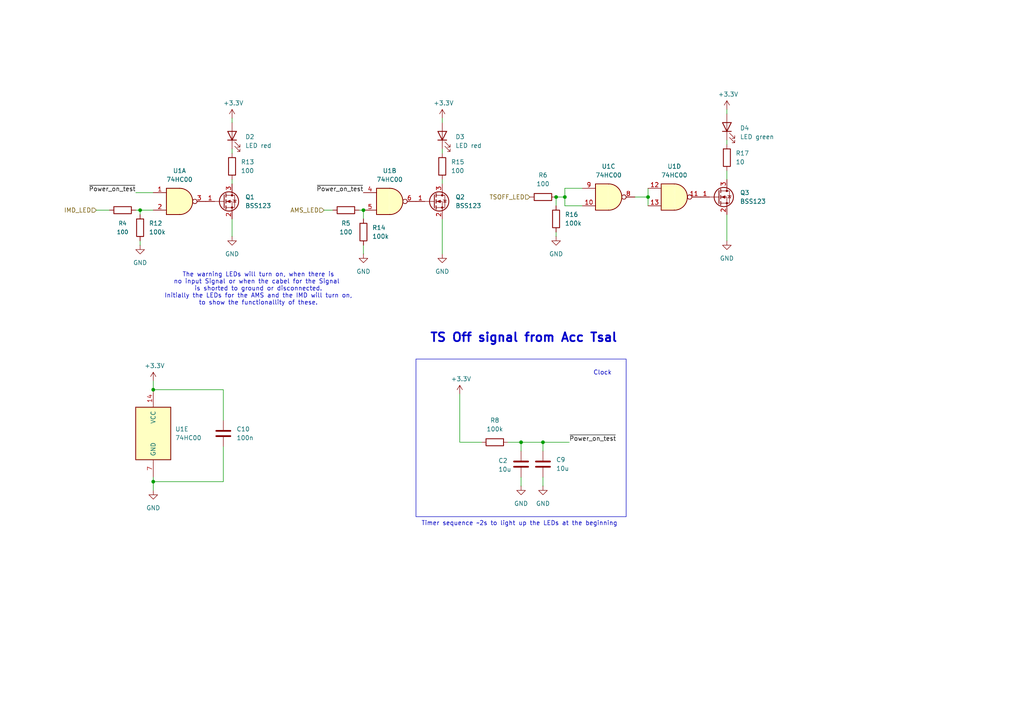
<source format=kicad_sch>
(kicad_sch (version 20231120) (generator "eeschema") (generator_version "8.0")
  (paper "A4")
  (lib_symbols
    (symbol "74xx:74HC00" (pin_names (offset 1.016))
      (property "Reference" "U" (at 0 1.27 0))
      (property "Value" "74HC00" (at 0 -1.27 0))
      (symbol "74HC00_1_1"
        (arc (start 0 -3.81) (mid 3.7934 0) (end 0 3.81) (stroke (width 0.254)) (fill (type background)))
        (polyline (pts (xy 0 3.81) (xy -3.81 3.81) (xy -3.81 -3.81) (xy 0 -3.81)) (stroke (width 0.254)) (fill (type background)))
        (pin input line (at -7.62 2.54 0) (length 3.81) (name "~") (number "1"))
        (pin input line (at -7.62 -2.54 0) (length 3.81) (name "~") (number "2"))
        (pin output inverted (at 7.62 0 180) (length 3.81) (name "~") (number "3"))
      )
      (symbol "74HC00_1_2"
        (arc (start -3.81 -3.81) (mid -2.589 0) (end -3.81 3.81) (stroke (width 0.254)))
        (arc (start -0.6096 -3.81) (mid 2.1842 -2.5851) (end 3.81 0) (stroke (width 0.254)) (fill (type background)))
        (polyline (pts (xy -3.81 -3.81) (xy -0.635 -3.81)) (stroke (width 0.254)) (fill (type background)))
        (polyline (pts (xy -3.81 3.81) (xy -0.635 3.81)) (stroke (width 0.254)) (fill (type background)))
        (polyline (pts (xy -0.635 3.81) (xy -3.81 3.81) (xy -3.81 3.81) (xy -3.556 3.4036) (xy -3.0226 2.2606) (xy -2.6924 1.0414) (xy -2.6162 -0.254) (xy -2.7686 -1.4986) (xy -3.175 -2.7178) (xy -3.81 -3.81) (xy -3.81 -3.81) (xy -0.635 -3.81)) (stroke (width -25.4)) (fill (type background)))
        (arc (start 3.81 0) (mid 2.1915 2.5936) (end -0.6096 3.81) (stroke (width 0.254)) (fill (type background)))
        (pin input inverted (at -7.62 2.54 0) (length 4.318) (name "~") (number "1"))
        (pin input inverted (at -7.62 -2.54 0) (length 4.318) (name "~") (number "2"))
        (pin output line (at 7.62 0 180) (length 3.81) (name "~") (number "3"))
      )
      (symbol "74HC00_2_1"
        (arc (start 0 -3.81) (mid 3.7934 0) (end 0 3.81) (stroke (width 0.254)) (fill (type background)))
        (polyline (pts (xy 0 3.81) (xy -3.81 3.81) (xy -3.81 -3.81) (xy 0 -3.81)) (stroke (width 0.254)) (fill (type background)))
        (pin input line (at -7.62 2.54 0) (length 3.81) (name "~") (number "4"))
        (pin input line (at -7.62 -2.54 0) (length 3.81) (name "~") (number "5"))
        (pin output inverted (at 7.62 0 180) (length 3.81) (name "~") (number "6"))
      )
      (symbol "74HC00_2_2"
        (arc (start -3.81 -3.81) (mid -2.589 0) (end -3.81 3.81) (stroke (width 0.254)))
        (arc (start -0.6096 -3.81) (mid 2.1842 -2.5851) (end 3.81 0) (stroke (width 0.254)) (fill (type background)))
        (polyline (pts (xy -3.81 -3.81) (xy -0.635 -3.81)) (stroke (width 0.254)) (fill (type background)))
        (polyline (pts (xy -3.81 3.81) (xy -0.635 3.81)) (stroke (width 0.254)) (fill (type background)))
        (polyline (pts (xy -0.635 3.81) (xy -3.81 3.81) (xy -3.81 3.81) (xy -3.556 3.4036) (xy -3.0226 2.2606) (xy -2.6924 1.0414) (xy -2.6162 -0.254) (xy -2.7686 -1.4986) (xy -3.175 -2.7178) (xy -3.81 -3.81) (xy -3.81 -3.81) (xy -0.635 -3.81)) (stroke (width -25.4)) (fill (type background)))
        (arc (start 3.81 0) (mid 2.1915 2.5936) (end -0.6096 3.81) (stroke (width 0.254)) (fill (type background)))
        (pin input inverted (at -7.62 2.54 0) (length 4.318) (name "~") (number "4"))
        (pin input inverted (at -7.62 -2.54 0) (length 4.318) (name "~") (number "5"))
        (pin output line (at 7.62 0 180) (length 3.81) (name "~") (number "6"))
      )
      (symbol "74HC00_3_1"
        (arc (start 0 -3.81) (mid 3.7934 0) (end 0 3.81) (stroke (width 0.254)) (fill (type background)))
        (polyline (pts (xy 0 3.81) (xy -3.81 3.81) (xy -3.81 -3.81) (xy 0 -3.81)) (stroke (width 0.254)) (fill (type background)))
        (pin input line (at -7.62 -2.54 0) (length 3.81) (name "~") (number "10"))
        (pin output inverted (at 7.62 0 180) (length 3.81) (name "~") (number "8"))
        (pin input line (at -7.62 2.54 0) (length 3.81) (name "~") (number "9"))
      )
      (symbol "74HC00_3_2"
        (arc (start -3.81 -3.81) (mid -2.589 0) (end -3.81 3.81) (stroke (width 0.254)))
        (arc (start -0.6096 -3.81) (mid 2.1842 -2.5851) (end 3.81 0) (stroke (width 0.254)) (fill (type background)))
        (polyline (pts (xy -3.81 -3.81) (xy -0.635 -3.81)) (stroke (width 0.254)) (fill (type background)))
        (polyline (pts (xy -3.81 3.81) (xy -0.635 3.81)) (stroke (width 0.254)) (fill (type background)))
        (polyline (pts (xy -0.635 3.81) (xy -3.81 3.81) (xy -3.81 3.81) (xy -3.556 3.4036) (xy -3.0226 2.2606) (xy -2.6924 1.0414) (xy -2.6162 -0.254) (xy -2.7686 -1.4986) (xy -3.175 -2.7178) (xy -3.81 -3.81) (xy -3.81 -3.81) (xy -0.635 -3.81)) (stroke (width -25.4)) (fill (type background)))
        (arc (start 3.81 0) (mid 2.1915 2.5936) (end -0.6096 3.81) (stroke (width 0.254)) (fill (type background)))
        (pin input inverted (at -7.62 -2.54 0) (length 4.318) (name "~") (number "10"))
        (pin output line (at 7.62 0 180) (length 3.81) (name "~") (number "8"))
        (pin input inverted (at -7.62 2.54 0) (length 4.318) (name "~") (number "9"))
      )
      (symbol "74HC00_4_1"
        (arc (start 0 -3.81) (mid 3.7934 0) (end 0 3.81) (stroke (width 0.254)) (fill (type background)))
        (polyline (pts (xy 0 3.81) (xy -3.81 3.81) (xy -3.81 -3.81) (xy 0 -3.81)) (stroke (width 0.254)) (fill (type background)))
        (pin output inverted (at 7.62 0 180) (length 3.81) (name "~") (number "11"))
        (pin input line (at -7.62 2.54 0) (length 3.81) (name "~") (number "12"))
        (pin input line (at -7.62 -2.54 0) (length 3.81) (name "~") (number "13"))
      )
      (symbol "74HC00_4_2"
        (arc (start -3.81 -3.81) (mid -2.589 0) (end -3.81 3.81) (stroke (width 0.254)))
        (arc (start -0.6096 -3.81) (mid 2.1842 -2.5851) (end 3.81 0) (stroke (width 0.254)) (fill (type background)))
        (polyline (pts (xy -3.81 -3.81) (xy -0.635 -3.81)) (stroke (width 0.254)) (fill (type background)))
        (polyline (pts (xy -3.81 3.81) (xy -0.635 3.81)) (stroke (width 0.254)) (fill (type background)))
        (polyline (pts (xy -0.635 3.81) (xy -3.81 3.81) (xy -3.81 3.81) (xy -3.556 3.4036) (xy -3.0226 2.2606) (xy -2.6924 1.0414) (xy -2.6162 -0.254) (xy -2.7686 -1.4986) (xy -3.175 -2.7178) (xy -3.81 -3.81) (xy -3.81 -3.81) (xy -0.635 -3.81)) (stroke (width -25.4)) (fill (type background)))
        (arc (start 3.81 0) (mid 2.1915 2.5936) (end -0.6096 3.81) (stroke (width 0.254)) (fill (type background)))
        (pin output line (at 7.62 0 180) (length 3.81) (name "~") (number "11"))
        (pin input inverted (at -7.62 2.54 0) (length 4.318) (name "~") (number "12"))
        (pin input inverted (at -7.62 -2.54 0) (length 4.318) (name "~") (number "13"))
      )
      (symbol "74HC00_5_0"
        (pin power_in line (at 0 12.7 270) (length 5.08) (name "VCC") (number "14"))
        (pin power_in line (at 0 -12.7 90) (length 5.08) (name "GND") (number "7"))
      )
      (symbol "74HC00_5_1"
        (rectangle (start -5.08 7.62) (end 5.08 -7.62) (stroke (width 0.254)) (fill (type background)))
      )
    )
    (symbol "Device:C" (pin_numbers hide) (pin_names (offset 0.254))
      (property "Reference" "C" (at 0.635 2.54 0))
      (property "Value" "C" (at 0.635 -2.54 0))
      (symbol "C_0_1"
        (polyline (pts (xy -2.032 -0.762) (xy 2.032 -0.762)) (stroke (width 0.508)))
        (polyline (pts (xy -2.032 0.762) (xy 2.032 0.762)) (stroke (width 0.508)))
      )
      (symbol "C_1_1"
        (pin passive line (at 0 3.81 270) (length 2.794) (name "~") (number "1"))
        (pin passive line (at 0 -3.81 90) (length 2.794) (name "~") (number "2"))
      )
    )
    (symbol "Device:LED" (pin_numbers hide) (pin_names (offset 1.016) hide)
      (property "Reference" "D" (at 0 2.54 0))
      (property "Value" "LED" (at 0 -2.54 0))
      (symbol "LED_0_1"
        (polyline (pts (xy -1.27 -1.27) (xy -1.27 1.27)) (stroke (width 0.254)))
        (polyline (pts (xy -1.27 0) (xy 1.27 0)))
        (polyline (pts (xy 1.27 -1.27) (xy 1.27 1.27) (xy -1.27 0) (xy 1.27 -1.27)) (stroke (width 0.254)))
        (polyline (pts (xy -3.048 -0.762) (xy -4.572 -2.286) (xy -3.81 -2.286) (xy -4.572 -2.286) (xy -4.572 -1.524)))
        (polyline (pts (xy -1.778 -0.762) (xy -3.302 -2.286) (xy -2.54 -2.286) (xy -3.302 -2.286) (xy -3.302 -1.524)))
      )
      (symbol "LED_1_1"
        (pin passive line (at -3.81 0 0) (length 2.54) (name "K") (number "1"))
        (pin passive line (at 3.81 0 180) (length 2.54) (name "A") (number "2"))
      )
    )
    (symbol "Device:R" (pin_numbers hide) (pin_names (offset 0))
      (property "Reference" "R" (at 2.032 0 90))
      (property "Value" "R" (at 0 0 90))
      (symbol "R_0_1"
        (rectangle (start -1.016 -2.54) (end 1.016 2.54) (stroke (width 0.254)))
      )
      (symbol "R_1_1"
        (pin passive line (at 0 3.81 270) (length 1.27) (name "~") (number "1"))
        (pin passive line (at 0 -3.81 90) (length 1.27) (name "~") (number "2"))
      )
    )
    (symbol "Transistor_FET:BSS123" (pin_names hide)
      (property "Reference" "Q" (at 5.08 1.905 0))
      (property "Value" "BSS123" (at 5.08 0 0))
      (symbol "BSS123_0_1"
        (polyline (pts (xy 0.254 0) (xy -2.54 0)))
        (polyline (pts (xy 0.254 1.905) (xy 0.254 -1.905)) (stroke (width 0.254)))
        (polyline (pts (xy 0.762 -1.27) (xy 0.762 -2.286)) (stroke (width 0.254)))
        (polyline (pts (xy 0.762 0.508) (xy 0.762 -0.508)) (stroke (width 0.254)))
        (polyline (pts (xy 0.762 2.286) (xy 0.762 1.27)) (stroke (width 0.254)))
        (polyline (pts (xy 2.54 2.54) (xy 2.54 1.778)))
        (polyline (pts (xy 2.54 -2.54) (xy 2.54 0) (xy 0.762 0)))
        (polyline (pts (xy 0.762 -1.778) (xy 3.302 -1.778) (xy 3.302 1.778) (xy 0.762 1.778)))
        (polyline (pts (xy 1.016 0) (xy 2.032 0.381) (xy 2.032 -0.381) (xy 1.016 0)) (fill (type outline)))
        (polyline (pts (xy 2.794 0.508) (xy 2.921 0.381) (xy 3.683 0.381) (xy 3.81 0.254)))
        (polyline (pts (xy 3.302 0.381) (xy 2.921 -0.254) (xy 3.683 -0.254) (xy 3.302 0.381)))
        (circle (center 1.651 0) (radius 2.794) (stroke (width 0.254)))
        (circle (center 2.54 -1.778) (radius 0.254) (fill (type outline)))
        (circle (center 2.54 1.778) (radius 0.254) (fill (type outline)))
      )
      (symbol "BSS123_1_1"
        (pin input line (at -5.08 0 0) (length 2.54) (name "G") (number "1"))
        (pin passive line (at 2.54 -5.08 90) (length 2.54) (name "S") (number "2"))
        (pin passive line (at 2.54 5.08 270) (length 2.54) (name "D") (number "3"))
      )
    )
    (symbol "power:+3.3V" (power) (pin_names (offset 0))
      (property "Value" "+3.3V" (at 0 3.556 0))
      (symbol "+3.3V_0_1"
        (polyline (pts (xy -0.762 1.27) (xy 0 2.54)))
        (polyline (pts (xy 0 0) (xy 0 2.54)))
        (polyline (pts (xy 0 2.54) (xy 0.762 1.27)))
      )
      (symbol "+3.3V_1_1"
        (pin power_in line (at 0 0 90) (length 0) hide (name "+3.3V") (number "1"))
      )
    )
    (symbol "power:GND" (power) (pin_numbers hide) (pin_names (offset 0) hide)
      (property "Value" "GND" (at 0 -3.81 0))
      (symbol "GND_0_1"
        (polyline (pts (xy 0 0) (xy 0 -1.27) (xy 1.27 -1.27) (xy 0 -2.54) (xy -1.27 -1.27) (xy 0 -1.27)))
      )
      (symbol "GND_1_1"
        (pin power_in line (at 0 0 270) (length 0) (name "~") (number "1"))
      )
    )
  )
  (junction (at 40.64 60.96))
  (junction (at 151.13 128.27))
  (junction (at 157.48 128.27))
  (junction (at 161.29 57.15))
  (junction (at 105.41 60.96))
  (junction (at 163.83 57.15))
  (junction (at 44.45 113.03))
  (junction (at 187.96 57.15))
  (junction (at 44.45 139.7))
  (wire (pts (xy 128.27 63.5) (xy 128.27 73.66)))
  (wire (pts (xy 44.45 113.03) (xy 64.77 113.03)))
  (wire (pts (xy 64.77 129.54) (xy 64.77 139.7)))
  (wire (pts (xy 187.96 54.61) (xy 187.96 57.15)))
  (wire (pts (xy 157.48 128.27) (xy 157.48 130.81)))
  (wire (pts (xy 39.37 55.88) (xy 44.45 55.88)))
  (wire (pts (xy 105.41 60.96) (xy 105.41 63.5)))
  (wire (pts (xy 27.94 60.96) (xy 31.75 60.96)))
  (wire (pts (xy 161.29 57.15) (xy 163.83 57.15)))
  (wire (pts (xy 210.82 40.64) (xy 210.82 41.91)))
  (wire (pts (xy 128.27 43.18) (xy 128.27 44.45)))
  (wire (pts (xy 151.13 128.27) (xy 157.48 128.27)))
  (wire (pts (xy 105.41 73.66) (xy 105.41 71.12)))
  (wire (pts (xy 67.31 52.07) (xy 67.31 53.34)))
  (wire (pts (xy 187.96 57.15) (xy 187.96 59.69)))
  (wire (pts (xy 210.82 31.75) (xy 210.82 33.02)))
  (wire (pts (xy 40.64 69.85) (xy 40.64 71.12)))
  (wire (pts (xy 44.45 110.49) (xy 44.45 113.03)))
  (wire (pts (xy 67.31 43.18) (xy 67.31 44.45)))
  (wire (pts (xy 163.83 59.69) (xy 168.91 59.69)))
  (wire (pts (xy 64.77 139.7) (xy 44.45 139.7)))
  (wire (pts (xy 147.32 128.27) (xy 151.13 128.27)))
  (wire (pts (xy 64.77 113.03) (xy 64.77 121.92)))
  (wire (pts (xy 161.29 57.15) (xy 161.29 59.69)))
  (wire (pts (xy 67.31 34.29) (xy 67.31 35.56)))
  (wire (pts (xy 184.15 57.15) (xy 187.96 57.15)))
  (wire (pts (xy 128.27 34.29) (xy 128.27 35.56)))
  (wire (pts (xy 133.35 128.27) (xy 139.7 128.27)))
  (wire (pts (xy 44.45 139.7) (xy 44.45 138.43)))
  (wire (pts (xy 151.13 138.43) (xy 151.13 140.97)))
  (wire (pts (xy 67.31 63.5) (xy 67.31 68.58)))
  (wire (pts (xy 161.29 67.31) (xy 161.29 68.58)))
  (wire (pts (xy 93.98 60.96) (xy 96.52 60.96)))
  (wire (pts (xy 128.27 52.07) (xy 128.27 53.34)))
  (wire (pts (xy 133.35 114.3) (xy 133.35 128.27)))
  (wire (pts (xy 40.64 60.96) (xy 40.64 62.23)))
  (wire (pts (xy 44.45 142.24) (xy 44.45 139.7)))
  (wire (pts (xy 163.83 57.15) (xy 163.83 59.69)))
  (wire (pts (xy 163.83 54.61) (xy 168.91 54.61)))
  (wire (pts (xy 104.14 60.96) (xy 105.41 60.96)))
  (wire (pts (xy 151.13 128.27) (xy 151.13 130.81)))
  (wire (pts (xy 40.64 60.96) (xy 44.45 60.96)))
  (wire (pts (xy 39.37 60.96) (xy 40.64 60.96)))
  (wire (pts (xy 163.83 54.61) (xy 163.83 57.15)))
  (wire (pts (xy 157.48 138.43) (xy 157.48 140.97)))
  (wire (pts (xy 157.48 128.27) (xy 165.1 128.27)))
  (wire (pts (xy 210.82 62.23) (xy 210.82 69.85)))
  (wire (pts (xy 210.82 49.53) (xy 210.82 52.07)))
  (rectangle (start 120.65 104.14) (end 181.61 149.86))
  (text "TS Off signal from Acc Tsal" (at 151.892 98.044 0) (effects (font (size 2.54 2.54) (thickness 0.508) (bold yes))))
  (text "Timer sequence ~2s to light up the LEDs at the beginning " (at 151.13 151.892 0) (effects (font (size 1.27 1.27))))
  (text "Clock" (at 174.752 108.204 0) (effects (font (size 1.27 1.27))))
  (text "The warning LEDs will turn on, when there is\nno input Signal or when the cabel for the Signal \nis shorted to ground or disconnected.\nInitially the LEDs for the AMS and the IMD will turn on,\nto show the functionallity of these." (at 74.93 83.82 0) (effects (font (size 1.27 1.27))))
  (label "~{Power_on_test}" (at 39.37 55.88 180))
  (label "~{Power_on_test}" (at 105.41 55.88 180))
  (label "~{Power_on_test}" (at 165.1 128.27 0))
  (hierarchical_label "AMS_LED" (shape input) (at 93.98 60.96 180))
  (hierarchical_label "IMD_LED" (shape input) (at 27.94 60.96 180))
  (hierarchical_label "TSOFF_LED" (shape input) (at 153.67 57.15 180))
  (symbol (lib_id "power:GND") (at 161.29 68.58 0) (unit 1)
    (property "Reference" "#PWR019" (effects (hide yes)))
    (property "Value" "GND" (at 161.29 73.66 0))
    (property "Description" "Power symbol creates a global label with name \"GND\" , ground" (effects (hide yes)))
  )
  (symbol (lib_id "74xx:74HC00") (at 44.45 125.73 0) (unit 5)
    (property "Reference" "U1" (at 50.8 124.4599 0) (effects (justify left)))
    (property "Value" "74HC00" (at 50.8 126.9999 0) (effects (justify left)))
    (property "Footprint" "Package_SO:SOIC-14_3.9x8.7mm_P1.27mm" (effects (hide yes)))
    (property "Datasheet" "http://www.ti.com/lit/gpn/sn74hc00" (effects (hide yes)))
    (property "Description" "quad 2-input NAND gate" (effects (hide yes)))
  )
  (symbol (lib_id "74xx:74HC00") (at 113.03 58.42 0) (unit 2)
    (property "Reference" "U1" (at 113.0217 49.53 0))
    (property "Value" "74HC00" (at 113.0217 52.07 0))
    (property "Footprint" "Package_SO:SOIC-14_3.9x8.7mm_P1.27mm" (effects (hide yes)))
    (property "Datasheet" "http://www.ti.com/lit/gpn/sn74hc00" (effects (hide yes)))
    (property "Description" "quad 2-input NAND gate" (effects (hide yes)))
  )
  (symbol (lib_id "Device:R") (at 67.31 48.26 180) (unit 1)
    (property "Reference" "R13" (at 69.85 46.9899 0) (effects (justify right)))
    (property "Value" "100" (at 69.85 49.5299 0) (effects (justify right)))
    (property "Footprint" "Resistor_SMD:R_0603_1608Metric_Pad0.98x0.95mm_HandSolder" (effects (hide yes)))
    (property "Description" "Resistor" (effects (hide yes)))
  )
  (symbol (lib_id "power:GND") (at 40.64 71.12 0) (unit 1)
    (property "Reference" "#PWR015" (effects (hide yes)))
    (property "Value" "GND" (at 40.64 76.2 0))
    (property "Description" "Power symbol creates a global label with name \"GND\" , ground" (effects (hide yes)))
  )
  (symbol (lib_id "Transistor_FET:BSS123") (at 125.73 58.42 0) (unit 1)
    (property "Reference" "Q2" (at 132.08 57.1499 0) (effects (justify left)))
    (property "Value" "BSS123" (at 132.08 59.6899 0) (effects (justify left)))
    (property "Footprint" "Package_TO_SOT_SMD:SOT-23" (effects (hide yes)))
    (property "Datasheet" "http://www.diodes.com/assets/Datasheets/ds30366.pdf" (effects (hide yes)))
    (property "Description" "0.17A Id, 100V Vds, N-Channel MOSFET, SOT-23" (effects (hide yes)))
  )
  (symbol (lib_id "74xx:74HC00") (at 52.07 58.42 0) (unit 1)
    (property "Reference" "U1" (at 52.0617 49.53 0))
    (property "Value" "74HC00" (at 52.0617 52.07 0))
    (property "Footprint" "Package_SO:SOIC-14_3.9x8.7mm_P1.27mm" (effects (hide yes)))
    (property "Datasheet" "http://www.ti.com/lit/gpn/sn74hc00" (effects (hide yes)))
    (property "Description" "quad 2-input NAND gate" (effects (hide yes)))
  )
  (symbol (lib_id "Device:R") (at 105.41 67.31 0) (unit 1)
    (property "Reference" "R14" (at 107.95 66.0399 0) (effects (justify left)))
    (property "Value" "100k" (at 107.95 68.5799 0) (effects (justify left)))
    (property "Footprint" "Resistor_SMD:R_0603_1608Metric_Pad0.98x0.95mm_HandSolder" (effects (hide yes)))
    (property "Description" "Resistor" (effects (hide yes)))
  )
  (symbol (lib_id "power:GND") (at 151.13 140.97 0) (unit 1)
    (property "Reference" "#PWR010" (effects (hide yes)))
    (property "Value" "GND" (at 151.13 146.05 0))
    (property "Description" "Power symbol creates a global label with name \"GND\" , ground" (effects (hide yes)))
  )
  (symbol (lib_id "Device:R") (at 161.29 63.5 0) (unit 1)
    (property "Reference" "R16" (at 163.83 62.2299 0) (effects (justify left)))
    (property "Value" "100k" (at 163.83 64.7699 0) (effects (justify left)))
    (property "Footprint" "Resistor_SMD:R_0603_1608Metric_Pad0.98x0.95mm_HandSolder" (effects (hide yes)))
    (property "Description" "Resistor" (effects (hide yes)))
  )
  (symbol (lib_id "power:GND") (at 44.45 142.24 0) (unit 1)
    (property "Reference" "#PWR024" (effects (hide yes)))
    (property "Value" "GND" (at 44.45 147.32 0))
    (property "Description" "Power symbol creates a global label with name \"GND\" , ground" (effects (hide yes)))
  )
  (symbol (lib_id "power:GND") (at 67.31 68.58 0) (unit 1)
    (property "Reference" "#PWR029" (effects (hide yes)))
    (property "Value" "GND" (at 67.31 73.66 0))
    (property "Description" "Power symbol creates a global label with name \"GND\" , ground" (effects (hide yes)))
  )
  (symbol (lib_id "Device:R") (at 210.82 45.72 0) (unit 1)
    (property "Reference" "R17" (at 213.36 44.4499 0) (effects (justify left)))
    (property "Value" "10" (at 213.36 46.9899 0) (effects (justify left)))
    (property "Footprint" "Resistor_SMD:R_0603_1608Metric_Pad0.98x0.95mm_HandSolder" (effects (hide yes)))
    (property "Description" "Resistor" (effects (hide yes)))
  )
  (symbol (lib_id "Device:C") (at 151.13 134.62 0) (unit 1)
    (property "Reference" "C2" (at 144.526 133.604 0) (effects (justify left)))
    (property "Value" "10u" (at 144.526 136.144 0) (effects (justify left)))
    (property "Footprint" "Capacitor_SMD:C_0805_2012Metric_Pad1.18x1.45mm_HandSolder" (effects (hide yes)))
    (property "Description" "Unpolarized capacitor" (effects (hide yes)))
  )
  (symbol (lib_id "Device:LED") (at 67.31 39.37 90) (unit 1)
    (property "Reference" "D2" (at 71.12 39.6874 90) (effects (justify right)))
    (property "Value" "LED red" (at 71.12 42.2274 90) (effects (justify right)))
    (property "Footprint" "LED_THT:LED_D5.0mm_Clear" (effects (hide yes)))
    (property "Description" "Light emitting diode" (effects (hide yes)))
  )
  (symbol (lib_id "Device:R") (at 40.64 66.04 0) (unit 1)
    (property "Reference" "R12" (at 43.18 64.7699 0) (effects (justify left)))
    (property "Value" "100k" (at 43.18 67.3099 0) (effects (justify left)))
    (property "Footprint" "Resistor_SMD:R_0603_1608Metric_Pad0.98x0.95mm_HandSolder" (effects (hide yes)))
    (property "Description" "Resistor" (effects (hide yes)))
  )
  (symbol (lib_id "power:GND") (at 105.41 73.66 0) (unit 1)
    (property "Reference" "#PWR017" (effects (hide yes)))
    (property "Value" "GND" (at 105.41 78.74 0))
    (property "Description" "Power symbol creates a global label with name \"GND\" , ground" (effects (hide yes)))
  )
  (symbol (lib_id "Device:R") (at 35.56 60.96 270) (unit 1)
    (property "Reference" "R4" (at 35.56 64.77 90) (effects (font (size 1.143 1.143))))
    (property "Value" "100" (at 35.56 67.31 90) (effects (font (size 1.143 1.143))))
    (property "Footprint" "Resistor_SMD:R_0603_1608Metric_Pad0.98x0.95mm_HandSolder" (effects (hide yes)))
    (property "Description" "Resistor" (effects (hide yes)))
  )
  (symbol (lib_id "Device:LED") (at 128.27 39.37 90) (unit 1)
    (property "Reference" "D3" (at 132.08 39.6874 90) (effects (justify right)))
    (property "Value" "LED red" (at 132.08 42.2274 90) (effects (justify right)))
    (property "Footprint" "LED_THT:LED_D5.0mm_Clear" (effects (hide yes)))
    (property "Description" "Light emitting diode" (effects (hide yes)))
  )
  (symbol (lib_id "Transistor_FET:BSS123") (at 64.77 58.42 0) (unit 1)
    (property "Reference" "Q1" (at 71.12 57.1499 0) (effects (justify left)))
    (property "Value" "BSS123" (at 71.12 59.6899 0) (effects (justify left)))
    (property "Footprint" "Package_TO_SOT_SMD:SOT-23" (effects (hide yes)))
    (property "Datasheet" "http://www.diodes.com/assets/Datasheets/ds30366.pdf" (effects (hide yes)))
    (property "Description" "0.17A Id, 100V Vds, N-Channel MOSFET, SOT-23" (effects (hide yes)))
  )
  (symbol (lib_id "power:+3.3V") (at 44.45 110.49 0) (unit 1)
    (property "Reference" "#PWR013" (effects (hide yes)))
    (property "Value" "+3.3V" (at 44.831 106.0958 0))
  )
  (symbol (lib_id "power:+3.3V") (at 210.82 31.75 0) (unit 1)
    (property "Reference" "#PWR018" (effects (hide yes)))
    (property "Value" "+3.3V" (at 211.201 27.3558 0))
  )
  (symbol (lib_id "power:+3.3V") (at 67.31 34.29 0) (unit 1)
    (property "Reference" "#PWR014" (effects (hide yes)))
    (property "Value" "+3.3V" (at 67.691 29.8958 0))
  )
  (symbol (lib_id "74xx:74HC00") (at 195.58 57.15 0) (unit 4)
    (property "Reference" "U1" (at 195.5717 48.26 0))
    (property "Value" "74HC00" (at 195.5717 50.8 0))
    (property "Footprint" "Package_SO:SOIC-14_3.9x8.7mm_P1.27mm" (effects (hide yes)))
    (property "Datasheet" "http://www.ti.com/lit/gpn/sn74hc00" (effects (hide yes)))
    (property "Description" "quad 2-input NAND gate" (effects (hide yes)))
  )
  (symbol (lib_id "power:GND") (at 210.82 69.85 0) (unit 1)
    (property "Reference" "#PWR020" (effects (hide yes)))
    (property "Value" "GND" (at 210.82 74.93 0))
    (property "Description" "Power symbol creates a global label with name \"GND\" , ground" (effects (hide yes)))
  )
  (symbol (lib_id "Device:R") (at 128.27 48.26 0) (unit 1)
    (property "Reference" "R15" (at 130.81 46.9899 0) (effects (justify left)))
    (property "Value" "100" (at 130.81 49.5299 0) (effects (justify left)))
    (property "Footprint" "Resistor_SMD:R_0603_1608Metric_Pad0.98x0.95mm_HandSolder" (effects (hide yes)))
    (property "Description" "Resistor" (effects (hide yes)))
  )
  (symbol (lib_id "Device:R") (at 100.33 60.96 90) (unit 1)
    (property "Reference" "R5" (at 100.33 64.77 90))
    (property "Value" "100" (at 100.33 67.31 90))
    (property "Footprint" "Resistor_SMD:R_0603_1608Metric_Pad0.98x0.95mm_HandSolder" (effects (hide yes)))
    (property "Description" "Resistor" (effects (hide yes)))
  )
  (symbol (lib_id "Device:C") (at 157.48 134.62 0) (unit 1)
    (property "Reference" "C9" (at 161.29 133.3499 0) (effects (justify left)))
    (property "Value" "10u" (at 161.29 135.8899 0) (effects (justify left)))
    (property "Footprint" "Capacitor_SMD:C_0805_2012Metric_Pad1.18x1.45mm_HandSolder" (effects (hide yes)))
    (property "Description" "Unpolarized capacitor" (effects (hide yes)))
  )
  (symbol (lib_id "Transistor_FET:BSS123") (at 208.28 57.15 0) (unit 1)
    (property "Reference" "Q3" (at 214.63 55.8799 0) (effects (justify left)))
    (property "Value" "BSS123" (at 214.63 58.4199 0) (effects (justify left)))
    (property "Footprint" "Package_TO_SOT_SMD:SOT-23" (effects (hide yes)))
    (property "Datasheet" "http://www.diodes.com/assets/Datasheets/ds30366.pdf" (effects (hide yes)))
    (property "Description" "0.17A Id, 100V Vds, N-Channel MOSFET, SOT-23" (effects (hide yes)))
  )
  (symbol (lib_id "power:+3.3V") (at 128.27 34.29 0) (unit 1)
    (property "Reference" "#PWR016" (effects (hide yes)))
    (property "Value" "+3.3V" (at 128.651 29.8958 0))
  )
  (symbol (lib_id "Device:R") (at 157.48 57.15 90) (unit 1)
    (property "Reference" "R6" (at 157.48 50.8 90))
    (property "Value" "100" (at 157.48 53.34 90))
    (property "Footprint" "Resistor_SMD:R_0603_1608Metric_Pad0.98x0.95mm_HandSolder" (effects (hide yes)))
    (property "Description" "Resistor" (effects (hide yes)))
  )
  (symbol (lib_id "Device:LED") (at 210.82 36.83 90) (unit 1)
    (property "Reference" "D4" (at 214.63 37.1474 90) (effects (justify right)))
    (property "Value" "LED green" (at 214.63 39.6874 90) (effects (justify right)))
    (property "Footprint" "LED_THT:LED_D5.0mm_Clear" (effects (hide yes)))
    (property "Description" "Light emitting diode" (effects (hide yes)))
  )
  (symbol (lib_id "Device:R") (at 143.51 128.27 270) (unit 1)
    (property "Reference" "R8" (at 143.51 121.92 90))
    (property "Value" "100k" (at 143.51 124.46 90))
    (property "Footprint" "Resistor_SMD:R_0603_1608Metric_Pad0.98x0.95mm_HandSolder" (effects (hide yes)))
    (property "Description" "Resistor" (effects (hide yes)))
  )
  (symbol (lib_id "power:GND") (at 128.27 73.66 0) (unit 1)
    (property "Reference" "#PWR022" (effects (hide yes)))
    (property "Value" "GND" (at 128.27 78.74 0))
    (property "Description" "Power symbol creates a global label with name \"GND\" , ground" (effects (hide yes)))
  )
  (symbol (lib_id "power:+3.3V") (at 133.35 114.3 0) (unit 1)
    (property "Reference" "#PWR021" (effects (hide yes)))
    (property "Value" "+3.3V" (at 133.731 109.9058 0))
  )
  (symbol (lib_id "power:GND") (at 157.48 140.97 0) (unit 1)
    (property "Reference" "#PWR028" (effects (hide yes)))
    (property "Value" "GND" (at 157.48 146.05 0))
    (property "Description" "Power symbol creates a global label with name \"GND\" , ground" (effects (hide yes)))
  )
  (symbol (lib_id "Device:C") (at 64.77 125.73 0) (unit 1)
    (property "Reference" "C10" (at 68.58 124.4599 0) (effects (justify left)))
    (property "Value" "100n" (at 68.58 126.9999 0) (effects (justify left)))
    (property "Footprint" "Capacitor_SMD:C_0603_1608Metric_Pad1.08x0.95mm_HandSolder" (effects (hide yes)))
    (property "Description" "Unpolarized capacitor" (effects (hide yes)))
  )
  (symbol (lib_id "74xx:74HC00") (at 176.53 57.15 0) (unit 3)
    (property "Reference" "U1" (at 176.5217 48.26 0))
    (property "Value" "74HC00" (at 176.5217 50.8 0))
    (property "Footprint" "Package_SO:SOIC-14_3.9x8.7mm_P1.27mm" (effects (hide yes)))
    (property "Datasheet" "http://www.ti.com/lit/gpn/sn74hc00" (effects (hide yes)))
    (property "Description" "quad 2-input NAND gate" (effects (hide yes)))
  )
)
</source>
